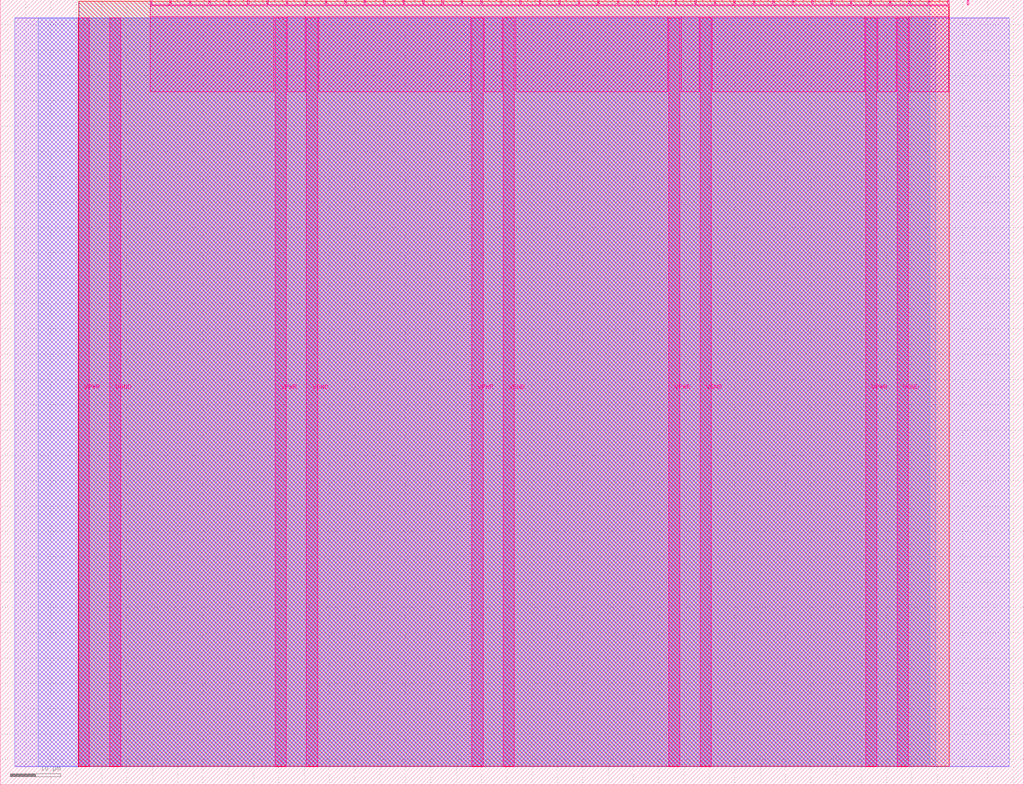
<source format=lef>
VERSION 5.7 ;
  NOWIREEXTENSIONATPIN ON ;
  DIVIDERCHAR "/" ;
  BUSBITCHARS "[]" ;
MACRO tt_um_udxs
  CLASS BLOCK ;
  FOREIGN tt_um_udxs ;
  ORIGIN 0.000 0.000 ;
  SIZE 202.080 BY 154.980 ;
  PIN VGND
    DIRECTION INOUT ;
    USE GROUND ;
    PORT
      LAYER Metal5 ;
        RECT 21.580 3.560 23.780 151.420 ;
    END
    PORT
      LAYER Metal5 ;
        RECT 60.450 3.560 62.650 151.420 ;
    END
    PORT
      LAYER Metal5 ;
        RECT 99.320 3.560 101.520 151.420 ;
    END
    PORT
      LAYER Metal5 ;
        RECT 138.190 3.560 140.390 151.420 ;
    END
    PORT
      LAYER Metal5 ;
        RECT 177.060 3.560 179.260 151.420 ;
    END
  END VGND
  PIN VPWR
    DIRECTION INOUT ;
    USE POWER ;
    PORT
      LAYER Metal5 ;
        RECT 15.380 3.560 17.580 151.420 ;
    END
    PORT
      LAYER Metal5 ;
        RECT 54.250 3.560 56.450 151.420 ;
    END
    PORT
      LAYER Metal5 ;
        RECT 93.120 3.560 95.320 151.420 ;
    END
    PORT
      LAYER Metal5 ;
        RECT 131.990 3.560 134.190 151.420 ;
    END
    PORT
      LAYER Metal5 ;
        RECT 170.860 3.560 173.060 151.420 ;
    END
  END VPWR
  PIN clk
    DIRECTION INPUT ;
    USE SIGNAL ;
    ANTENNAGATEAREA 0.213200 ;
    PORT
      LAYER Metal5 ;
        RECT 187.050 153.980 187.350 154.980 ;
    END
  END clk
  PIN ena
    DIRECTION INPUT ;
    USE SIGNAL ;
    PORT
      LAYER Metal5 ;
        RECT 190.890 153.980 191.190 154.980 ;
    END
  END ena
  PIN rst_n
    DIRECTION INPUT ;
    USE SIGNAL ;
    ANTENNAGATEAREA 0.213200 ;
    PORT
      LAYER Metal5 ;
        RECT 183.210 153.980 183.510 154.980 ;
    END
  END rst_n
  PIN ui_in[0]
    DIRECTION INPUT ;
    USE SIGNAL ;
    PORT
      LAYER Metal5 ;
        RECT 179.370 153.980 179.670 154.980 ;
    END
  END ui_in[0]
  PIN ui_in[1]
    DIRECTION INPUT ;
    USE SIGNAL ;
    PORT
      LAYER Metal5 ;
        RECT 175.530 153.980 175.830 154.980 ;
    END
  END ui_in[1]
  PIN ui_in[2]
    DIRECTION INPUT ;
    USE SIGNAL ;
    PORT
      LAYER Metal5 ;
        RECT 171.690 153.980 171.990 154.980 ;
    END
  END ui_in[2]
  PIN ui_in[3]
    DIRECTION INPUT ;
    USE SIGNAL ;
    PORT
      LAYER Metal5 ;
        RECT 167.850 153.980 168.150 154.980 ;
    END
  END ui_in[3]
  PIN ui_in[4]
    DIRECTION INPUT ;
    USE SIGNAL ;
    PORT
      LAYER Metal5 ;
        RECT 164.010 153.980 164.310 154.980 ;
    END
  END ui_in[4]
  PIN ui_in[5]
    DIRECTION INPUT ;
    USE SIGNAL ;
    PORT
      LAYER Metal5 ;
        RECT 160.170 153.980 160.470 154.980 ;
    END
  END ui_in[5]
  PIN ui_in[6]
    DIRECTION INPUT ;
    USE SIGNAL ;
    PORT
      LAYER Metal5 ;
        RECT 156.330 153.980 156.630 154.980 ;
    END
  END ui_in[6]
  PIN ui_in[7]
    DIRECTION INPUT ;
    USE SIGNAL ;
    PORT
      LAYER Metal5 ;
        RECT 152.490 153.980 152.790 154.980 ;
    END
  END ui_in[7]
  PIN uio_in[0]
    DIRECTION INPUT ;
    USE SIGNAL ;
    ANTENNAGATEAREA 0.213200 ;
    PORT
      LAYER Metal5 ;
        RECT 148.650 153.980 148.950 154.980 ;
    END
  END uio_in[0]
  PIN uio_in[1]
    DIRECTION INPUT ;
    USE SIGNAL ;
    ANTENNAGATEAREA 0.213200 ;
    PORT
      LAYER Metal5 ;
        RECT 144.810 153.980 145.110 154.980 ;
    END
  END uio_in[1]
  PIN uio_in[2]
    DIRECTION INPUT ;
    USE SIGNAL ;
    ANTENNAGATEAREA 0.213200 ;
    PORT
      LAYER Metal5 ;
        RECT 140.970 153.980 141.270 154.980 ;
    END
  END uio_in[2]
  PIN uio_in[3]
    DIRECTION INPUT ;
    USE SIGNAL ;
    ANTENNAGATEAREA 0.213200 ;
    PORT
      LAYER Metal5 ;
        RECT 137.130 153.980 137.430 154.980 ;
    END
  END uio_in[3]
  PIN uio_in[4]
    DIRECTION INPUT ;
    USE SIGNAL ;
    ANTENNAGATEAREA 0.180700 ;
    PORT
      LAYER Metal5 ;
        RECT 133.290 153.980 133.590 154.980 ;
    END
  END uio_in[4]
  PIN uio_in[5]
    DIRECTION INPUT ;
    USE SIGNAL ;
    ANTENNAGATEAREA 0.213200 ;
    PORT
      LAYER Metal5 ;
        RECT 129.450 153.980 129.750 154.980 ;
    END
  END uio_in[5]
  PIN uio_in[6]
    DIRECTION INPUT ;
    USE SIGNAL ;
    ANTENNAGATEAREA 0.180700 ;
    PORT
      LAYER Metal5 ;
        RECT 125.610 153.980 125.910 154.980 ;
    END
  END uio_in[6]
  PIN uio_in[7]
    DIRECTION INPUT ;
    USE SIGNAL ;
    ANTENNAGATEAREA 0.213200 ;
    PORT
      LAYER Metal5 ;
        RECT 121.770 153.980 122.070 154.980 ;
    END
  END uio_in[7]
  PIN uio_oe[0]
    DIRECTION OUTPUT ;
    USE SIGNAL ;
    ANTENNADIFFAREA 0.392700 ;
    PORT
      LAYER Metal5 ;
        RECT 56.490 153.980 56.790 154.980 ;
    END
  END uio_oe[0]
  PIN uio_oe[1]
    DIRECTION OUTPUT ;
    USE SIGNAL ;
    ANTENNADIFFAREA 0.392700 ;
    PORT
      LAYER Metal5 ;
        RECT 52.650 153.980 52.950 154.980 ;
    END
  END uio_oe[1]
  PIN uio_oe[2]
    DIRECTION OUTPUT ;
    USE SIGNAL ;
    ANTENNADIFFAREA 0.392700 ;
    PORT
      LAYER Metal5 ;
        RECT 48.810 153.980 49.110 154.980 ;
    END
  END uio_oe[2]
  PIN uio_oe[3]
    DIRECTION OUTPUT ;
    USE SIGNAL ;
    ANTENNADIFFAREA 0.392700 ;
    PORT
      LAYER Metal5 ;
        RECT 44.970 153.980 45.270 154.980 ;
    END
  END uio_oe[3]
  PIN uio_oe[4]
    DIRECTION OUTPUT ;
    USE SIGNAL ;
    ANTENNADIFFAREA 0.392700 ;
    PORT
      LAYER Metal5 ;
        RECT 41.130 153.980 41.430 154.980 ;
    END
  END uio_oe[4]
  PIN uio_oe[5]
    DIRECTION OUTPUT ;
    USE SIGNAL ;
    ANTENNADIFFAREA 0.392700 ;
    PORT
      LAYER Metal5 ;
        RECT 37.290 153.980 37.590 154.980 ;
    END
  END uio_oe[5]
  PIN uio_oe[6]
    DIRECTION OUTPUT ;
    USE SIGNAL ;
    ANTENNADIFFAREA 0.392700 ;
    PORT
      LAYER Metal5 ;
        RECT 33.450 153.980 33.750 154.980 ;
    END
  END uio_oe[6]
  PIN uio_oe[7]
    DIRECTION OUTPUT ;
    USE SIGNAL ;
    ANTENNADIFFAREA 0.392700 ;
    PORT
      LAYER Metal5 ;
        RECT 29.610 153.980 29.910 154.980 ;
    END
  END uio_oe[7]
  PIN uio_out[0]
    DIRECTION OUTPUT ;
    USE SIGNAL ;
    ANTENNADIFFAREA 0.654800 ;
    PORT
      LAYER Metal5 ;
        RECT 87.210 153.980 87.510 154.980 ;
    END
  END uio_out[0]
  PIN uio_out[1]
    DIRECTION OUTPUT ;
    USE SIGNAL ;
    ANTENNADIFFAREA 0.654800 ;
    PORT
      LAYER Metal5 ;
        RECT 83.370 153.980 83.670 154.980 ;
    END
  END uio_out[1]
  PIN uio_out[2]
    DIRECTION OUTPUT ;
    USE SIGNAL ;
    ANTENNADIFFAREA 0.654800 ;
    PORT
      LAYER Metal5 ;
        RECT 79.530 153.980 79.830 154.980 ;
    END
  END uio_out[2]
  PIN uio_out[3]
    DIRECTION OUTPUT ;
    USE SIGNAL ;
    ANTENNADIFFAREA 0.654800 ;
    PORT
      LAYER Metal5 ;
        RECT 75.690 153.980 75.990 154.980 ;
    END
  END uio_out[3]
  PIN uio_out[4]
    DIRECTION OUTPUT ;
    USE SIGNAL ;
    ANTENNADIFFAREA 0.654800 ;
    PORT
      LAYER Metal5 ;
        RECT 71.850 153.980 72.150 154.980 ;
    END
  END uio_out[4]
  PIN uio_out[5]
    DIRECTION OUTPUT ;
    USE SIGNAL ;
    ANTENNADIFFAREA 0.654800 ;
    PORT
      LAYER Metal5 ;
        RECT 68.010 153.980 68.310 154.980 ;
    END
  END uio_out[5]
  PIN uio_out[6]
    DIRECTION OUTPUT ;
    USE SIGNAL ;
    ANTENNADIFFAREA 0.654800 ;
    PORT
      LAYER Metal5 ;
        RECT 64.170 153.980 64.470 154.980 ;
    END
  END uio_out[6]
  PIN uio_out[7]
    DIRECTION OUTPUT ;
    USE SIGNAL ;
    ANTENNADIFFAREA 0.654800 ;
    PORT
      LAYER Metal5 ;
        RECT 60.330 153.980 60.630 154.980 ;
    END
  END uio_out[7]
  PIN uo_out[0]
    DIRECTION OUTPUT ;
    USE SIGNAL ;
    ANTENNADIFFAREA 0.654800 ;
    PORT
      LAYER Metal5 ;
        RECT 117.930 153.980 118.230 154.980 ;
    END
  END uo_out[0]
  PIN uo_out[1]
    DIRECTION OUTPUT ;
    USE SIGNAL ;
    ANTENNADIFFAREA 0.654800 ;
    PORT
      LAYER Metal5 ;
        RECT 114.090 153.980 114.390 154.980 ;
    END
  END uo_out[1]
  PIN uo_out[2]
    DIRECTION OUTPUT ;
    USE SIGNAL ;
    ANTENNADIFFAREA 0.654800 ;
    PORT
      LAYER Metal5 ;
        RECT 110.250 153.980 110.550 154.980 ;
    END
  END uo_out[2]
  PIN uo_out[3]
    DIRECTION OUTPUT ;
    USE SIGNAL ;
    ANTENNADIFFAREA 0.654800 ;
    PORT
      LAYER Metal5 ;
        RECT 106.410 153.980 106.710 154.980 ;
    END
  END uo_out[3]
  PIN uo_out[4]
    DIRECTION OUTPUT ;
    USE SIGNAL ;
    ANTENNADIFFAREA 0.654800 ;
    PORT
      LAYER Metal5 ;
        RECT 102.570 153.980 102.870 154.980 ;
    END
  END uo_out[4]
  PIN uo_out[5]
    DIRECTION OUTPUT ;
    USE SIGNAL ;
    ANTENNADIFFAREA 0.654800 ;
    PORT
      LAYER Metal5 ;
        RECT 98.730 153.980 99.030 154.980 ;
    END
  END uo_out[5]
  PIN uo_out[6]
    DIRECTION OUTPUT ;
    USE SIGNAL ;
    ANTENNADIFFAREA 0.654800 ;
    PORT
      LAYER Metal5 ;
        RECT 94.890 153.980 95.190 154.980 ;
    END
  END uo_out[6]
  PIN uo_out[7]
    DIRECTION OUTPUT ;
    USE SIGNAL ;
    ANTENNADIFFAREA 0.654800 ;
    PORT
      LAYER Metal5 ;
        RECT 91.050 153.980 91.350 154.980 ;
    END
  END uo_out[7]
  OBS
      LAYER GatPoly ;
        RECT 2.880 3.630 199.200 151.350 ;
      LAYER Metal1 ;
        RECT 2.880 3.560 199.200 151.420 ;
      LAYER Metal2 ;
        RECT 7.535 3.680 184.705 151.300 ;
      LAYER Metal3 ;
        RECT 15.560 3.635 183.460 154.705 ;
      LAYER Metal4 ;
        RECT 15.515 3.680 187.345 154.660 ;
      LAYER Metal5 ;
        RECT 30.120 153.770 33.240 153.980 ;
        RECT 33.960 153.770 37.080 153.980 ;
        RECT 37.800 153.770 40.920 153.980 ;
        RECT 41.640 153.770 44.760 153.980 ;
        RECT 45.480 153.770 48.600 153.980 ;
        RECT 49.320 153.770 52.440 153.980 ;
        RECT 53.160 153.770 56.280 153.980 ;
        RECT 57.000 153.770 60.120 153.980 ;
        RECT 60.840 153.770 63.960 153.980 ;
        RECT 64.680 153.770 67.800 153.980 ;
        RECT 68.520 153.770 71.640 153.980 ;
        RECT 72.360 153.770 75.480 153.980 ;
        RECT 76.200 153.770 79.320 153.980 ;
        RECT 80.040 153.770 83.160 153.980 ;
        RECT 83.880 153.770 87.000 153.980 ;
        RECT 87.720 153.770 90.840 153.980 ;
        RECT 91.560 153.770 94.680 153.980 ;
        RECT 95.400 153.770 98.520 153.980 ;
        RECT 99.240 153.770 102.360 153.980 ;
        RECT 103.080 153.770 106.200 153.980 ;
        RECT 106.920 153.770 110.040 153.980 ;
        RECT 110.760 153.770 113.880 153.980 ;
        RECT 114.600 153.770 117.720 153.980 ;
        RECT 118.440 153.770 121.560 153.980 ;
        RECT 122.280 153.770 125.400 153.980 ;
        RECT 126.120 153.770 129.240 153.980 ;
        RECT 129.960 153.770 133.080 153.980 ;
        RECT 133.800 153.770 136.920 153.980 ;
        RECT 137.640 153.770 140.760 153.980 ;
        RECT 141.480 153.770 144.600 153.980 ;
        RECT 145.320 153.770 148.440 153.980 ;
        RECT 149.160 153.770 152.280 153.980 ;
        RECT 153.000 153.770 156.120 153.980 ;
        RECT 156.840 153.770 159.960 153.980 ;
        RECT 160.680 153.770 163.800 153.980 ;
        RECT 164.520 153.770 167.640 153.980 ;
        RECT 168.360 153.770 171.480 153.980 ;
        RECT 172.200 153.770 175.320 153.980 ;
        RECT 176.040 153.770 179.160 153.980 ;
        RECT 179.880 153.770 183.000 153.980 ;
        RECT 183.720 153.770 186.840 153.980 ;
        RECT 29.660 151.630 187.300 153.770 ;
        RECT 29.660 136.775 54.040 151.630 ;
        RECT 56.660 136.775 60.240 151.630 ;
        RECT 62.860 136.775 92.910 151.630 ;
        RECT 95.530 136.775 99.110 151.630 ;
        RECT 101.730 136.775 131.780 151.630 ;
        RECT 134.400 136.775 137.980 151.630 ;
        RECT 140.600 136.775 170.650 151.630 ;
        RECT 173.270 136.775 176.850 151.630 ;
        RECT 179.470 136.775 187.300 151.630 ;
  END
END tt_um_udxs
END LIBRARY


</source>
